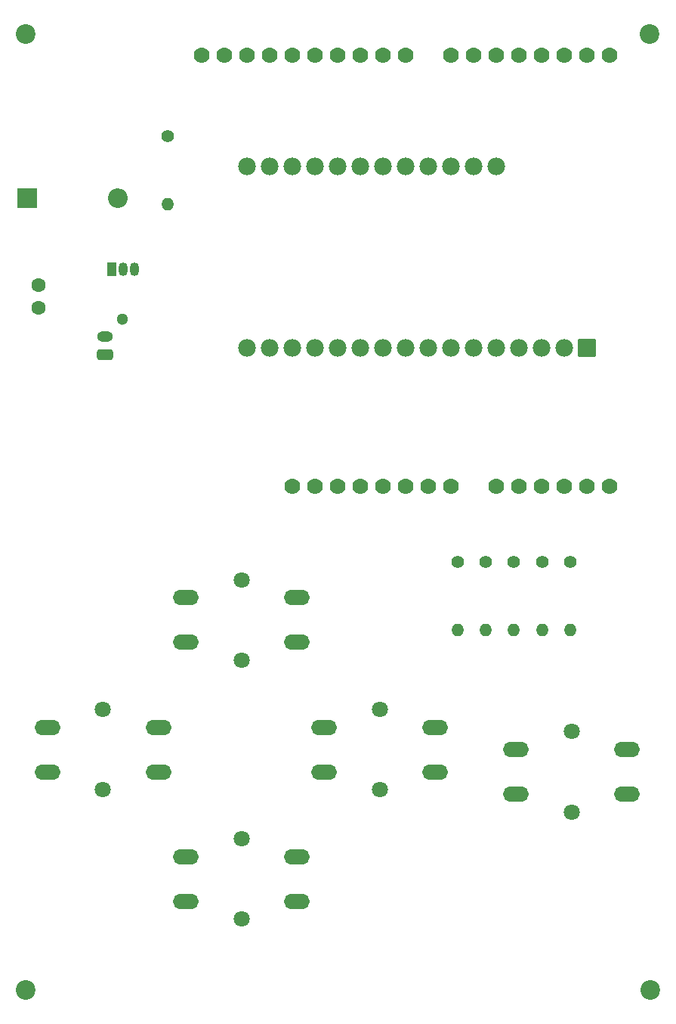
<source format=gbr>
%TF.GenerationSoftware,KiCad,Pcbnew,8.0.1*%
%TF.CreationDate,2024-04-26T19:06:38+02:00*%
%TF.ProjectId,teamagotchi,7465616d-6167-46f7-9463-68692e6b6963,rev?*%
%TF.SameCoordinates,Original*%
%TF.FileFunction,Soldermask,Bot*%
%TF.FilePolarity,Negative*%
%FSLAX46Y46*%
G04 Gerber Fmt 4.6, Leading zero omitted, Abs format (unit mm)*
G04 Created by KiCad (PCBNEW 8.0.1) date 2024-04-26 19:06:38*
%MOMM*%
%LPD*%
G01*
G04 APERTURE LIST*
G04 Aperture macros list*
%AMRoundRect*
0 Rectangle with rounded corners*
0 $1 Rounding radius*
0 $2 $3 $4 $5 $6 $7 $8 $9 X,Y pos of 4 corners*
0 Add a 4 corners polygon primitive as box body*
4,1,4,$2,$3,$4,$5,$6,$7,$8,$9,$2,$3,0*
0 Add four circle primitives for the rounded corners*
1,1,$1+$1,$2,$3*
1,1,$1+$1,$4,$5*
1,1,$1+$1,$6,$7*
1,1,$1+$1,$8,$9*
0 Add four rect primitives between the rounded corners*
20,1,$1+$1,$2,$3,$4,$5,0*
20,1,$1+$1,$4,$5,$6,$7,0*
20,1,$1+$1,$6,$7,$8,$9,0*
20,1,$1+$1,$8,$9,$2,$3,0*%
G04 Aperture macros list end*
%ADD10C,2.200000*%
%ADD11C,1.400000*%
%ADD12O,1.400000X1.400000*%
%ADD13C,1.800000*%
%ADD14O,2.900000X1.700000*%
%ADD15C,1.778000*%
%ADD16R,2.200000X2.200000*%
%ADD17O,2.200000X2.200000*%
%ADD18R,1.050000X1.500000*%
%ADD19O,1.050000X1.500000*%
%ADD20RoundRect,0.102000X0.889000X-0.889000X0.889000X0.889000X-0.889000X0.889000X-0.889000X-0.889000X0*%
%ADD21C,1.982000*%
%ADD22C,1.300000*%
%ADD23RoundRect,0.250000X0.650000X-0.350000X0.650000X0.350000X-0.650000X0.350000X-0.650000X-0.350000X0*%
%ADD24O,1.800000X1.200000*%
%ADD25C,1.600000*%
G04 APERTURE END LIST*
D10*
%TO.C,*%
X182360000Y-49206000D03*
%TD*%
%TO.C,*%
X112460000Y-156206000D03*
%TD*%
D11*
%TO.C,R4*%
X164010000Y-108316000D03*
D12*
X164010000Y-115936000D03*
%TD*%
D11*
%TO.C,R3*%
X167160000Y-108316000D03*
D12*
X167160000Y-115936000D03*
%TD*%
D13*
%TO.C,SW5*%
X136610000Y-139306000D03*
X136610000Y-148306000D03*
D14*
X130360000Y-141306000D03*
X142860000Y-141306000D03*
X130360000Y-146306000D03*
X142860000Y-146306000D03*
%TD*%
D10*
%TO.C,REF\u002A\u002A*%
X112460000Y-156206000D03*
%TD*%
D13*
%TO.C,SW3*%
X152110000Y-124806000D03*
X152110000Y-133806000D03*
D14*
X145860000Y-126806000D03*
X158360000Y-126806000D03*
X145860000Y-131806000D03*
X158360000Y-131806000D03*
%TD*%
D13*
%TO.C,SW2*%
X136610000Y-110306000D03*
X136610000Y-119306000D03*
D14*
X130360000Y-112306000D03*
X142860000Y-112306000D03*
X130360000Y-117306000D03*
X142860000Y-117306000D03*
%TD*%
D13*
%TO.C,SW1*%
X173610000Y-127306000D03*
X173610000Y-136306000D03*
D14*
X167360000Y-129306000D03*
X179860000Y-129306000D03*
X167360000Y-134306000D03*
X179860000Y-134306000D03*
%TD*%
D13*
%TO.C,SW4*%
X121110000Y-124806000D03*
X121110000Y-133806000D03*
D14*
X114860000Y-126806000D03*
X127360000Y-126806000D03*
X114860000Y-131806000D03*
X127360000Y-131806000D03*
%TD*%
D10*
%TO.C,*%
X182460000Y-156206000D03*
%TD*%
D15*
%TO.C,TFT1*%
X142320000Y-99866000D03*
X149940000Y-99866000D03*
X177880000Y-51606000D03*
X175340000Y-51606000D03*
X172800000Y-51606000D03*
X170260000Y-51606000D03*
X167720000Y-51606000D03*
X165180000Y-51606000D03*
X162640000Y-51606000D03*
X160100000Y-51606000D03*
X155020000Y-51606000D03*
X152480000Y-51606000D03*
X149940000Y-51606000D03*
X147400000Y-51606000D03*
X144860000Y-51606000D03*
X142320000Y-51606000D03*
X139780000Y-51606000D03*
X137240000Y-51606000D03*
X134700000Y-51606000D03*
X132160000Y-51606000D03*
X160100000Y-99866000D03*
X165180000Y-99866000D03*
X167720000Y-99866000D03*
X170260000Y-99866000D03*
X172800000Y-99866000D03*
X175340000Y-99866000D03*
X177880000Y-99866000D03*
X157560000Y-99866000D03*
X155020000Y-99866000D03*
X147400000Y-99866000D03*
X144860000Y-99866000D03*
X152480000Y-99866000D03*
%TD*%
D10*
%TO.C,REF\u002A\u002A*%
X182460000Y-156206000D03*
%TD*%
D11*
%TO.C,R2*%
X170310000Y-108316000D03*
D12*
X170310000Y-115936000D03*
%TD*%
D10*
%TO.C,REF\u002A\u002A*%
X112460000Y-49206000D03*
%TD*%
%TO.C,REF\u002A\u002A*%
X182360000Y-49206000D03*
%TD*%
D11*
%TO.C,R1*%
X173460000Y-108316000D03*
D12*
X173460000Y-115936000D03*
%TD*%
D11*
%TO.C,R5*%
X160860000Y-108316000D03*
D12*
X160860000Y-115936000D03*
%TD*%
D16*
%TO.C,D1*%
X112580000Y-67606000D03*
D17*
X122740000Y-67606000D03*
%TD*%
D18*
%TO.C,Q1*%
X122090000Y-75546000D03*
D19*
X123360000Y-75546000D03*
X124630000Y-75546000D03*
%TD*%
D20*
%TO.C,U1*%
X175300000Y-84326000D03*
D21*
X172760000Y-84326000D03*
X170220000Y-84326000D03*
X167680000Y-84326000D03*
X165140000Y-84326000D03*
X162600000Y-84326000D03*
X160060000Y-84326000D03*
X157520000Y-84326000D03*
X154980000Y-84326000D03*
X152440000Y-84326000D03*
X149900000Y-84326000D03*
X147360000Y-84326000D03*
X144820000Y-84326000D03*
X142280000Y-84326000D03*
X139740000Y-84326000D03*
X137200000Y-84326000D03*
X137200000Y-64006000D03*
X139740000Y-64006000D03*
X142280000Y-64006000D03*
X144820000Y-64006000D03*
X147360000Y-64006000D03*
X149900000Y-64006000D03*
X152440000Y-64006000D03*
X154980000Y-64006000D03*
X157520000Y-64006000D03*
X160060000Y-64006000D03*
X162600000Y-64006000D03*
X165140000Y-64006000D03*
%TD*%
D22*
%TO.C,M1*%
X123260000Y-81106000D03*
D23*
X121360000Y-85106000D03*
D24*
X121360000Y-83106000D03*
%TD*%
D11*
%TO.C,R6*%
X128360000Y-60596000D03*
D12*
X128360000Y-68216000D03*
%TD*%
D25*
%TO.C,C1*%
X113860000Y-79856000D03*
X113860000Y-77356000D03*
%TD*%
M02*

</source>
